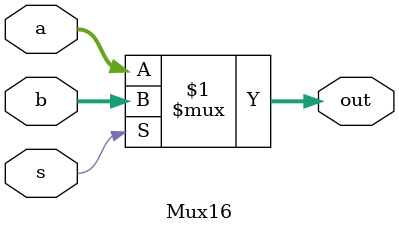
<source format=v>
`timescale 1ns / 1ps


module Mux16(
    input [15:0] a,
    input [15:0] b,
    input s,
    output [15:0] out
    );
    assign out = s ? b: a;
endmodule
</source>
